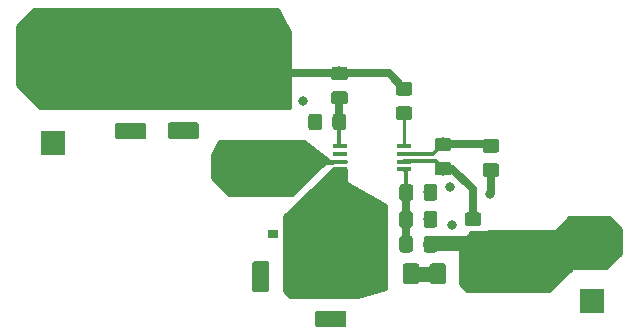
<source format=gbr>
G04 #@! TF.GenerationSoftware,KiCad,Pcbnew,(5.1.4-0)*
G04 #@! TF.CreationDate,2020-02-24T15:27:03-08:00*
G04 #@! TF.ProjectId,SPV1040,53505631-3034-4302-9e6b-696361645f70,rev?*
G04 #@! TF.SameCoordinates,Original*
G04 #@! TF.FileFunction,Copper,L1,Top*
G04 #@! TF.FilePolarity,Positive*
%FSLAX46Y46*%
G04 Gerber Fmt 4.6, Leading zero omitted, Abs format (unit mm)*
G04 Created by KiCad (PCBNEW (5.1.4-0)) date 2020-02-24 15:27:03*
%MOMM*%
%LPD*%
G04 APERTURE LIST*
%ADD10R,2.100000X2.100000*%
%ADD11C,2.100000*%
%ADD12C,0.100000*%
%ADD13C,1.425000*%
%ADD14R,1.200000X0.400000*%
%ADD15C,1.150000*%
%ADD16R,0.850000X0.650000*%
%ADD17R,0.650000X0.950000*%
%ADD18R,2.000000X1.950000*%
%ADD19R,3.400000X1.850000*%
%ADD20C,0.800000*%
%ADD21C,0.250000*%
%ADD22C,0.317500*%
%ADD23C,0.635000*%
%ADD24C,1.270000*%
%ADD25C,0.254000*%
G04 APERTURE END LIST*
D10*
X49966880Y-56631840D03*
D11*
X49966880Y-51551840D03*
D10*
X95567500Y-70027800D03*
D11*
X95567500Y-64947800D03*
D12*
G36*
X85985004Y-66855304D02*
G01*
X86009273Y-66858904D01*
X86033071Y-66864865D01*
X86056171Y-66873130D01*
X86078349Y-66883620D01*
X86099393Y-66896233D01*
X86119098Y-66910847D01*
X86137277Y-66927323D01*
X86153753Y-66945502D01*
X86168367Y-66965207D01*
X86180980Y-66986251D01*
X86191470Y-67008429D01*
X86199735Y-67031529D01*
X86205696Y-67055327D01*
X86209296Y-67079596D01*
X86210500Y-67104100D01*
X86210500Y-68354100D01*
X86209296Y-68378604D01*
X86205696Y-68402873D01*
X86199735Y-68426671D01*
X86191470Y-68449771D01*
X86180980Y-68471949D01*
X86168367Y-68492993D01*
X86153753Y-68512698D01*
X86137277Y-68530877D01*
X86119098Y-68547353D01*
X86099393Y-68561967D01*
X86078349Y-68574580D01*
X86056171Y-68585070D01*
X86033071Y-68593335D01*
X86009273Y-68599296D01*
X85985004Y-68602896D01*
X85960500Y-68604100D01*
X85035500Y-68604100D01*
X85010996Y-68602896D01*
X84986727Y-68599296D01*
X84962929Y-68593335D01*
X84939829Y-68585070D01*
X84917651Y-68574580D01*
X84896607Y-68561967D01*
X84876902Y-68547353D01*
X84858723Y-68530877D01*
X84842247Y-68512698D01*
X84827633Y-68492993D01*
X84815020Y-68471949D01*
X84804530Y-68449771D01*
X84796265Y-68426671D01*
X84790304Y-68402873D01*
X84786704Y-68378604D01*
X84785500Y-68354100D01*
X84785500Y-67104100D01*
X84786704Y-67079596D01*
X84790304Y-67055327D01*
X84796265Y-67031529D01*
X84804530Y-67008429D01*
X84815020Y-66986251D01*
X84827633Y-66965207D01*
X84842247Y-66945502D01*
X84858723Y-66927323D01*
X84876902Y-66910847D01*
X84896607Y-66896233D01*
X84917651Y-66883620D01*
X84939829Y-66873130D01*
X84962929Y-66864865D01*
X84986727Y-66858904D01*
X85010996Y-66855304D01*
X85035500Y-66854100D01*
X85960500Y-66854100D01*
X85985004Y-66855304D01*
X85985004Y-66855304D01*
G37*
D13*
X85498000Y-67729100D03*
D12*
G36*
X83010004Y-66855304D02*
G01*
X83034273Y-66858904D01*
X83058071Y-66864865D01*
X83081171Y-66873130D01*
X83103349Y-66883620D01*
X83124393Y-66896233D01*
X83144098Y-66910847D01*
X83162277Y-66927323D01*
X83178753Y-66945502D01*
X83193367Y-66965207D01*
X83205980Y-66986251D01*
X83216470Y-67008429D01*
X83224735Y-67031529D01*
X83230696Y-67055327D01*
X83234296Y-67079596D01*
X83235500Y-67104100D01*
X83235500Y-68354100D01*
X83234296Y-68378604D01*
X83230696Y-68402873D01*
X83224735Y-68426671D01*
X83216470Y-68449771D01*
X83205980Y-68471949D01*
X83193367Y-68492993D01*
X83178753Y-68512698D01*
X83162277Y-68530877D01*
X83144098Y-68547353D01*
X83124393Y-68561967D01*
X83103349Y-68574580D01*
X83081171Y-68585070D01*
X83058071Y-68593335D01*
X83034273Y-68599296D01*
X83010004Y-68602896D01*
X82985500Y-68604100D01*
X82060500Y-68604100D01*
X82035996Y-68602896D01*
X82011727Y-68599296D01*
X81987929Y-68593335D01*
X81964829Y-68585070D01*
X81942651Y-68574580D01*
X81921607Y-68561967D01*
X81901902Y-68547353D01*
X81883723Y-68530877D01*
X81867247Y-68512698D01*
X81852633Y-68492993D01*
X81840020Y-68471949D01*
X81829530Y-68449771D01*
X81821265Y-68426671D01*
X81815304Y-68402873D01*
X81811704Y-68378604D01*
X81810500Y-68354100D01*
X81810500Y-67104100D01*
X81811704Y-67079596D01*
X81815304Y-67055327D01*
X81821265Y-67031529D01*
X81829530Y-67008429D01*
X81840020Y-66986251D01*
X81852633Y-66965207D01*
X81867247Y-66945502D01*
X81883723Y-66927323D01*
X81901902Y-66910847D01*
X81921607Y-66896233D01*
X81942651Y-66883620D01*
X81964829Y-66873130D01*
X81987929Y-66864865D01*
X82011727Y-66858904D01*
X82035996Y-66855304D01*
X82060500Y-66854100D01*
X82985500Y-66854100D01*
X83010004Y-66855304D01*
X83010004Y-66855304D01*
G37*
D13*
X82523000Y-67729100D03*
D12*
G36*
X77766504Y-66842604D02*
G01*
X77790773Y-66846204D01*
X77814571Y-66852165D01*
X77837671Y-66860430D01*
X77859849Y-66870920D01*
X77880893Y-66883533D01*
X77900598Y-66898147D01*
X77918777Y-66914623D01*
X77935253Y-66932802D01*
X77949867Y-66952507D01*
X77962480Y-66973551D01*
X77972970Y-66995729D01*
X77981235Y-67018829D01*
X77987196Y-67042627D01*
X77990796Y-67066896D01*
X77992000Y-67091400D01*
X77992000Y-68341400D01*
X77990796Y-68365904D01*
X77987196Y-68390173D01*
X77981235Y-68413971D01*
X77972970Y-68437071D01*
X77962480Y-68459249D01*
X77949867Y-68480293D01*
X77935253Y-68499998D01*
X77918777Y-68518177D01*
X77900598Y-68534653D01*
X77880893Y-68549267D01*
X77859849Y-68561880D01*
X77837671Y-68572370D01*
X77814571Y-68580635D01*
X77790773Y-68586596D01*
X77766504Y-68590196D01*
X77742000Y-68591400D01*
X76817000Y-68591400D01*
X76792496Y-68590196D01*
X76768227Y-68586596D01*
X76744429Y-68580635D01*
X76721329Y-68572370D01*
X76699151Y-68561880D01*
X76678107Y-68549267D01*
X76658402Y-68534653D01*
X76640223Y-68518177D01*
X76623747Y-68499998D01*
X76609133Y-68480293D01*
X76596520Y-68459249D01*
X76586030Y-68437071D01*
X76577765Y-68413971D01*
X76571804Y-68390173D01*
X76568204Y-68365904D01*
X76567000Y-68341400D01*
X76567000Y-67091400D01*
X76568204Y-67066896D01*
X76571804Y-67042627D01*
X76577765Y-67018829D01*
X76586030Y-66995729D01*
X76596520Y-66973551D01*
X76609133Y-66952507D01*
X76623747Y-66932802D01*
X76640223Y-66914623D01*
X76658402Y-66898147D01*
X76678107Y-66883533D01*
X76699151Y-66870920D01*
X76721329Y-66860430D01*
X76744429Y-66852165D01*
X76768227Y-66846204D01*
X76792496Y-66842604D01*
X76817000Y-66841400D01*
X77742000Y-66841400D01*
X77766504Y-66842604D01*
X77766504Y-66842604D01*
G37*
D13*
X77279500Y-67716400D03*
D12*
G36*
X80741504Y-66842604D02*
G01*
X80765773Y-66846204D01*
X80789571Y-66852165D01*
X80812671Y-66860430D01*
X80834849Y-66870920D01*
X80855893Y-66883533D01*
X80875598Y-66898147D01*
X80893777Y-66914623D01*
X80910253Y-66932802D01*
X80924867Y-66952507D01*
X80937480Y-66973551D01*
X80947970Y-66995729D01*
X80956235Y-67018829D01*
X80962196Y-67042627D01*
X80965796Y-67066896D01*
X80967000Y-67091400D01*
X80967000Y-68341400D01*
X80965796Y-68365904D01*
X80962196Y-68390173D01*
X80956235Y-68413971D01*
X80947970Y-68437071D01*
X80937480Y-68459249D01*
X80924867Y-68480293D01*
X80910253Y-68499998D01*
X80893777Y-68518177D01*
X80875598Y-68534653D01*
X80855893Y-68549267D01*
X80834849Y-68561880D01*
X80812671Y-68572370D01*
X80789571Y-68580635D01*
X80765773Y-68586596D01*
X80741504Y-68590196D01*
X80717000Y-68591400D01*
X79792000Y-68591400D01*
X79767496Y-68590196D01*
X79743227Y-68586596D01*
X79719429Y-68580635D01*
X79696329Y-68572370D01*
X79674151Y-68561880D01*
X79653107Y-68549267D01*
X79633402Y-68534653D01*
X79615223Y-68518177D01*
X79598747Y-68499998D01*
X79584133Y-68480293D01*
X79571520Y-68459249D01*
X79561030Y-68437071D01*
X79552765Y-68413971D01*
X79546804Y-68390173D01*
X79543204Y-68365904D01*
X79542000Y-68341400D01*
X79542000Y-67091400D01*
X79543204Y-67066896D01*
X79546804Y-67042627D01*
X79552765Y-67018829D01*
X79561030Y-66995729D01*
X79571520Y-66973551D01*
X79584133Y-66952507D01*
X79598747Y-66932802D01*
X79615223Y-66914623D01*
X79633402Y-66898147D01*
X79653107Y-66883533D01*
X79674151Y-66870920D01*
X79696329Y-66860430D01*
X79719429Y-66852165D01*
X79743227Y-66846204D01*
X79767496Y-66842604D01*
X79792000Y-66841400D01*
X80717000Y-66841400D01*
X80741504Y-66842604D01*
X80741504Y-66842604D01*
G37*
D13*
X80254500Y-67716400D03*
D14*
X79662000Y-56937000D03*
X79662000Y-57587000D03*
X79662000Y-58237000D03*
X79662000Y-58887000D03*
X74262000Y-58887000D03*
X74262000Y-58237000D03*
X74262000Y-56937000D03*
X74262000Y-57587000D03*
D12*
G36*
X74556304Y-67868704D02*
G01*
X74580573Y-67872304D01*
X74604371Y-67878265D01*
X74627471Y-67886530D01*
X74649649Y-67897020D01*
X74670693Y-67909633D01*
X74690398Y-67924247D01*
X74708577Y-67940723D01*
X74725053Y-67958902D01*
X74739667Y-67978607D01*
X74752280Y-67999651D01*
X74762770Y-68021829D01*
X74771035Y-68044929D01*
X74776996Y-68068727D01*
X74780596Y-68092996D01*
X74781800Y-68117500D01*
X74781800Y-69042500D01*
X74780596Y-69067004D01*
X74776996Y-69091273D01*
X74771035Y-69115071D01*
X74762770Y-69138171D01*
X74752280Y-69160349D01*
X74739667Y-69181393D01*
X74725053Y-69201098D01*
X74708577Y-69219277D01*
X74690398Y-69235753D01*
X74670693Y-69250367D01*
X74649649Y-69262980D01*
X74627471Y-69273470D01*
X74604371Y-69281735D01*
X74580573Y-69287696D01*
X74556304Y-69291296D01*
X74531800Y-69292500D01*
X72381800Y-69292500D01*
X72357296Y-69291296D01*
X72333027Y-69287696D01*
X72309229Y-69281735D01*
X72286129Y-69273470D01*
X72263951Y-69262980D01*
X72242907Y-69250367D01*
X72223202Y-69235753D01*
X72205023Y-69219277D01*
X72188547Y-69201098D01*
X72173933Y-69181393D01*
X72161320Y-69160349D01*
X72150830Y-69138171D01*
X72142565Y-69115071D01*
X72136604Y-69091273D01*
X72133004Y-69067004D01*
X72131800Y-69042500D01*
X72131800Y-68117500D01*
X72133004Y-68092996D01*
X72136604Y-68068727D01*
X72142565Y-68044929D01*
X72150830Y-68021829D01*
X72161320Y-67999651D01*
X72173933Y-67978607D01*
X72188547Y-67958902D01*
X72205023Y-67940723D01*
X72223202Y-67924247D01*
X72242907Y-67909633D01*
X72263951Y-67897020D01*
X72286129Y-67886530D01*
X72309229Y-67878265D01*
X72333027Y-67872304D01*
X72357296Y-67868704D01*
X72381800Y-67867500D01*
X74531800Y-67867500D01*
X74556304Y-67868704D01*
X74556304Y-67868704D01*
G37*
D13*
X73456800Y-68580000D03*
D12*
G36*
X74556304Y-70843704D02*
G01*
X74580573Y-70847304D01*
X74604371Y-70853265D01*
X74627471Y-70861530D01*
X74649649Y-70872020D01*
X74670693Y-70884633D01*
X74690398Y-70899247D01*
X74708577Y-70915723D01*
X74725053Y-70933902D01*
X74739667Y-70953607D01*
X74752280Y-70974651D01*
X74762770Y-70996829D01*
X74771035Y-71019929D01*
X74776996Y-71043727D01*
X74780596Y-71067996D01*
X74781800Y-71092500D01*
X74781800Y-72017500D01*
X74780596Y-72042004D01*
X74776996Y-72066273D01*
X74771035Y-72090071D01*
X74762770Y-72113171D01*
X74752280Y-72135349D01*
X74739667Y-72156393D01*
X74725053Y-72176098D01*
X74708577Y-72194277D01*
X74690398Y-72210753D01*
X74670693Y-72225367D01*
X74649649Y-72237980D01*
X74627471Y-72248470D01*
X74604371Y-72256735D01*
X74580573Y-72262696D01*
X74556304Y-72266296D01*
X74531800Y-72267500D01*
X72381800Y-72267500D01*
X72357296Y-72266296D01*
X72333027Y-72262696D01*
X72309229Y-72256735D01*
X72286129Y-72248470D01*
X72263951Y-72237980D01*
X72242907Y-72225367D01*
X72223202Y-72210753D01*
X72205023Y-72194277D01*
X72188547Y-72176098D01*
X72173933Y-72156393D01*
X72161320Y-72135349D01*
X72150830Y-72113171D01*
X72142565Y-72090071D01*
X72136604Y-72066273D01*
X72133004Y-72042004D01*
X72131800Y-72017500D01*
X72131800Y-71092500D01*
X72133004Y-71067996D01*
X72136604Y-71043727D01*
X72142565Y-71019929D01*
X72150830Y-70996829D01*
X72161320Y-70974651D01*
X72173933Y-70953607D01*
X72188547Y-70933902D01*
X72205023Y-70915723D01*
X72223202Y-70899247D01*
X72242907Y-70884633D01*
X72263951Y-70872020D01*
X72286129Y-70861530D01*
X72309229Y-70853265D01*
X72333027Y-70847304D01*
X72357296Y-70843704D01*
X72381800Y-70842500D01*
X74531800Y-70842500D01*
X74556304Y-70843704D01*
X74556304Y-70843704D01*
G37*
D13*
X73456800Y-71555000D03*
D12*
G36*
X83430905Y-58252604D02*
G01*
X83455173Y-58256204D01*
X83478972Y-58262165D01*
X83502071Y-58270430D01*
X83524250Y-58280920D01*
X83545293Y-58293532D01*
X83564999Y-58308147D01*
X83583177Y-58324623D01*
X83599653Y-58342801D01*
X83614268Y-58362507D01*
X83626880Y-58383550D01*
X83637370Y-58405729D01*
X83645635Y-58428828D01*
X83651596Y-58452627D01*
X83655196Y-58476895D01*
X83656400Y-58501399D01*
X83656400Y-59151401D01*
X83655196Y-59175905D01*
X83651596Y-59200173D01*
X83645635Y-59223972D01*
X83637370Y-59247071D01*
X83626880Y-59269250D01*
X83614268Y-59290293D01*
X83599653Y-59309999D01*
X83583177Y-59328177D01*
X83564999Y-59344653D01*
X83545293Y-59359268D01*
X83524250Y-59371880D01*
X83502071Y-59382370D01*
X83478972Y-59390635D01*
X83455173Y-59396596D01*
X83430905Y-59400196D01*
X83406401Y-59401400D01*
X82506399Y-59401400D01*
X82481895Y-59400196D01*
X82457627Y-59396596D01*
X82433828Y-59390635D01*
X82410729Y-59382370D01*
X82388550Y-59371880D01*
X82367507Y-59359268D01*
X82347801Y-59344653D01*
X82329623Y-59328177D01*
X82313147Y-59309999D01*
X82298532Y-59290293D01*
X82285920Y-59269250D01*
X82275430Y-59247071D01*
X82267165Y-59223972D01*
X82261204Y-59200173D01*
X82257604Y-59175905D01*
X82256400Y-59151401D01*
X82256400Y-58501399D01*
X82257604Y-58476895D01*
X82261204Y-58452627D01*
X82267165Y-58428828D01*
X82275430Y-58405729D01*
X82285920Y-58383550D01*
X82298532Y-58362507D01*
X82313147Y-58342801D01*
X82329623Y-58324623D01*
X82347801Y-58308147D01*
X82367507Y-58293532D01*
X82388550Y-58280920D01*
X82410729Y-58270430D01*
X82433828Y-58262165D01*
X82457627Y-58256204D01*
X82481895Y-58252604D01*
X82506399Y-58251400D01*
X83406401Y-58251400D01*
X83430905Y-58252604D01*
X83430905Y-58252604D01*
G37*
D15*
X82956400Y-58826400D03*
D12*
G36*
X83430905Y-56202604D02*
G01*
X83455173Y-56206204D01*
X83478972Y-56212165D01*
X83502071Y-56220430D01*
X83524250Y-56230920D01*
X83545293Y-56243532D01*
X83564999Y-56258147D01*
X83583177Y-56274623D01*
X83599653Y-56292801D01*
X83614268Y-56312507D01*
X83626880Y-56333550D01*
X83637370Y-56355729D01*
X83645635Y-56378828D01*
X83651596Y-56402627D01*
X83655196Y-56426895D01*
X83656400Y-56451399D01*
X83656400Y-57101401D01*
X83655196Y-57125905D01*
X83651596Y-57150173D01*
X83645635Y-57173972D01*
X83637370Y-57197071D01*
X83626880Y-57219250D01*
X83614268Y-57240293D01*
X83599653Y-57259999D01*
X83583177Y-57278177D01*
X83564999Y-57294653D01*
X83545293Y-57309268D01*
X83524250Y-57321880D01*
X83502071Y-57332370D01*
X83478972Y-57340635D01*
X83455173Y-57346596D01*
X83430905Y-57350196D01*
X83406401Y-57351400D01*
X82506399Y-57351400D01*
X82481895Y-57350196D01*
X82457627Y-57346596D01*
X82433828Y-57340635D01*
X82410729Y-57332370D01*
X82388550Y-57321880D01*
X82367507Y-57309268D01*
X82347801Y-57294653D01*
X82329623Y-57278177D01*
X82313147Y-57259999D01*
X82298532Y-57240293D01*
X82285920Y-57219250D01*
X82275430Y-57197071D01*
X82267165Y-57173972D01*
X82261204Y-57150173D01*
X82257604Y-57125905D01*
X82256400Y-57101401D01*
X82256400Y-56451399D01*
X82257604Y-56426895D01*
X82261204Y-56402627D01*
X82267165Y-56378828D01*
X82275430Y-56355729D01*
X82285920Y-56333550D01*
X82298532Y-56312507D01*
X82313147Y-56292801D01*
X82329623Y-56274623D01*
X82347801Y-56258147D01*
X82367507Y-56243532D01*
X82388550Y-56230920D01*
X82410729Y-56220430D01*
X82433828Y-56212165D01*
X82457627Y-56206204D01*
X82481895Y-56202604D01*
X82506399Y-56201400D01*
X83406401Y-56201400D01*
X83430905Y-56202604D01*
X83430905Y-56202604D01*
G37*
D15*
X82956400Y-56776400D03*
D12*
G36*
X62059504Y-51928604D02*
G01*
X62083773Y-51932204D01*
X62107571Y-51938165D01*
X62130671Y-51946430D01*
X62152849Y-51956920D01*
X62173893Y-51969533D01*
X62193598Y-51984147D01*
X62211777Y-52000623D01*
X62228253Y-52018802D01*
X62242867Y-52038507D01*
X62255480Y-52059551D01*
X62265970Y-52081729D01*
X62274235Y-52104829D01*
X62280196Y-52128627D01*
X62283796Y-52152896D01*
X62285000Y-52177400D01*
X62285000Y-53102400D01*
X62283796Y-53126904D01*
X62280196Y-53151173D01*
X62274235Y-53174971D01*
X62265970Y-53198071D01*
X62255480Y-53220249D01*
X62242867Y-53241293D01*
X62228253Y-53260998D01*
X62211777Y-53279177D01*
X62193598Y-53295653D01*
X62173893Y-53310267D01*
X62152849Y-53322880D01*
X62130671Y-53333370D01*
X62107571Y-53341635D01*
X62083773Y-53347596D01*
X62059504Y-53351196D01*
X62035000Y-53352400D01*
X59885000Y-53352400D01*
X59860496Y-53351196D01*
X59836227Y-53347596D01*
X59812429Y-53341635D01*
X59789329Y-53333370D01*
X59767151Y-53322880D01*
X59746107Y-53310267D01*
X59726402Y-53295653D01*
X59708223Y-53279177D01*
X59691747Y-53260998D01*
X59677133Y-53241293D01*
X59664520Y-53220249D01*
X59654030Y-53198071D01*
X59645765Y-53174971D01*
X59639804Y-53151173D01*
X59636204Y-53126904D01*
X59635000Y-53102400D01*
X59635000Y-52177400D01*
X59636204Y-52152896D01*
X59639804Y-52128627D01*
X59645765Y-52104829D01*
X59654030Y-52081729D01*
X59664520Y-52059551D01*
X59677133Y-52038507D01*
X59691747Y-52018802D01*
X59708223Y-52000623D01*
X59726402Y-51984147D01*
X59746107Y-51969533D01*
X59767151Y-51956920D01*
X59789329Y-51946430D01*
X59812429Y-51938165D01*
X59836227Y-51932204D01*
X59860496Y-51928604D01*
X59885000Y-51927400D01*
X62035000Y-51927400D01*
X62059504Y-51928604D01*
X62059504Y-51928604D01*
G37*
D13*
X60960000Y-52639900D03*
D12*
G36*
X62059504Y-54903604D02*
G01*
X62083773Y-54907204D01*
X62107571Y-54913165D01*
X62130671Y-54921430D01*
X62152849Y-54931920D01*
X62173893Y-54944533D01*
X62193598Y-54959147D01*
X62211777Y-54975623D01*
X62228253Y-54993802D01*
X62242867Y-55013507D01*
X62255480Y-55034551D01*
X62265970Y-55056729D01*
X62274235Y-55079829D01*
X62280196Y-55103627D01*
X62283796Y-55127896D01*
X62285000Y-55152400D01*
X62285000Y-56077400D01*
X62283796Y-56101904D01*
X62280196Y-56126173D01*
X62274235Y-56149971D01*
X62265970Y-56173071D01*
X62255480Y-56195249D01*
X62242867Y-56216293D01*
X62228253Y-56235998D01*
X62211777Y-56254177D01*
X62193598Y-56270653D01*
X62173893Y-56285267D01*
X62152849Y-56297880D01*
X62130671Y-56308370D01*
X62107571Y-56316635D01*
X62083773Y-56322596D01*
X62059504Y-56326196D01*
X62035000Y-56327400D01*
X59885000Y-56327400D01*
X59860496Y-56326196D01*
X59836227Y-56322596D01*
X59812429Y-56316635D01*
X59789329Y-56308370D01*
X59767151Y-56297880D01*
X59746107Y-56285267D01*
X59726402Y-56270653D01*
X59708223Y-56254177D01*
X59691747Y-56235998D01*
X59677133Y-56216293D01*
X59664520Y-56195249D01*
X59654030Y-56173071D01*
X59645765Y-56149971D01*
X59639804Y-56126173D01*
X59636204Y-56101904D01*
X59635000Y-56077400D01*
X59635000Y-55152400D01*
X59636204Y-55127896D01*
X59639804Y-55103627D01*
X59645765Y-55079829D01*
X59654030Y-55056729D01*
X59664520Y-55034551D01*
X59677133Y-55013507D01*
X59691747Y-54993802D01*
X59708223Y-54975623D01*
X59726402Y-54959147D01*
X59746107Y-54944533D01*
X59767151Y-54931920D01*
X59789329Y-54921430D01*
X59812429Y-54913165D01*
X59836227Y-54907204D01*
X59860496Y-54903604D01*
X59885000Y-54902400D01*
X62035000Y-54902400D01*
X62059504Y-54903604D01*
X62059504Y-54903604D01*
G37*
D13*
X60960000Y-55614900D03*
D12*
G36*
X57614504Y-51954004D02*
G01*
X57638773Y-51957604D01*
X57662571Y-51963565D01*
X57685671Y-51971830D01*
X57707849Y-51982320D01*
X57728893Y-51994933D01*
X57748598Y-52009547D01*
X57766777Y-52026023D01*
X57783253Y-52044202D01*
X57797867Y-52063907D01*
X57810480Y-52084951D01*
X57820970Y-52107129D01*
X57829235Y-52130229D01*
X57835196Y-52154027D01*
X57838796Y-52178296D01*
X57840000Y-52202800D01*
X57840000Y-53127800D01*
X57838796Y-53152304D01*
X57835196Y-53176573D01*
X57829235Y-53200371D01*
X57820970Y-53223471D01*
X57810480Y-53245649D01*
X57797867Y-53266693D01*
X57783253Y-53286398D01*
X57766777Y-53304577D01*
X57748598Y-53321053D01*
X57728893Y-53335667D01*
X57707849Y-53348280D01*
X57685671Y-53358770D01*
X57662571Y-53367035D01*
X57638773Y-53372996D01*
X57614504Y-53376596D01*
X57590000Y-53377800D01*
X55440000Y-53377800D01*
X55415496Y-53376596D01*
X55391227Y-53372996D01*
X55367429Y-53367035D01*
X55344329Y-53358770D01*
X55322151Y-53348280D01*
X55301107Y-53335667D01*
X55281402Y-53321053D01*
X55263223Y-53304577D01*
X55246747Y-53286398D01*
X55232133Y-53266693D01*
X55219520Y-53245649D01*
X55209030Y-53223471D01*
X55200765Y-53200371D01*
X55194804Y-53176573D01*
X55191204Y-53152304D01*
X55190000Y-53127800D01*
X55190000Y-52202800D01*
X55191204Y-52178296D01*
X55194804Y-52154027D01*
X55200765Y-52130229D01*
X55209030Y-52107129D01*
X55219520Y-52084951D01*
X55232133Y-52063907D01*
X55246747Y-52044202D01*
X55263223Y-52026023D01*
X55281402Y-52009547D01*
X55301107Y-51994933D01*
X55322151Y-51982320D01*
X55344329Y-51971830D01*
X55367429Y-51963565D01*
X55391227Y-51957604D01*
X55415496Y-51954004D01*
X55440000Y-51952800D01*
X57590000Y-51952800D01*
X57614504Y-51954004D01*
X57614504Y-51954004D01*
G37*
D13*
X56515000Y-52665300D03*
D12*
G36*
X57614504Y-54929004D02*
G01*
X57638773Y-54932604D01*
X57662571Y-54938565D01*
X57685671Y-54946830D01*
X57707849Y-54957320D01*
X57728893Y-54969933D01*
X57748598Y-54984547D01*
X57766777Y-55001023D01*
X57783253Y-55019202D01*
X57797867Y-55038907D01*
X57810480Y-55059951D01*
X57820970Y-55082129D01*
X57829235Y-55105229D01*
X57835196Y-55129027D01*
X57838796Y-55153296D01*
X57840000Y-55177800D01*
X57840000Y-56102800D01*
X57838796Y-56127304D01*
X57835196Y-56151573D01*
X57829235Y-56175371D01*
X57820970Y-56198471D01*
X57810480Y-56220649D01*
X57797867Y-56241693D01*
X57783253Y-56261398D01*
X57766777Y-56279577D01*
X57748598Y-56296053D01*
X57728893Y-56310667D01*
X57707849Y-56323280D01*
X57685671Y-56333770D01*
X57662571Y-56342035D01*
X57638773Y-56347996D01*
X57614504Y-56351596D01*
X57590000Y-56352800D01*
X55440000Y-56352800D01*
X55415496Y-56351596D01*
X55391227Y-56347996D01*
X55367429Y-56342035D01*
X55344329Y-56333770D01*
X55322151Y-56323280D01*
X55301107Y-56310667D01*
X55281402Y-56296053D01*
X55263223Y-56279577D01*
X55246747Y-56261398D01*
X55232133Y-56241693D01*
X55219520Y-56220649D01*
X55209030Y-56198471D01*
X55200765Y-56175371D01*
X55194804Y-56151573D01*
X55191204Y-56127304D01*
X55190000Y-56102800D01*
X55190000Y-55177800D01*
X55191204Y-55153296D01*
X55194804Y-55129027D01*
X55200765Y-55105229D01*
X55209030Y-55082129D01*
X55219520Y-55059951D01*
X55232133Y-55038907D01*
X55246747Y-55019202D01*
X55263223Y-55001023D01*
X55281402Y-54984547D01*
X55301107Y-54969933D01*
X55322151Y-54957320D01*
X55344329Y-54946830D01*
X55367429Y-54938565D01*
X55391227Y-54932604D01*
X55415496Y-54929004D01*
X55440000Y-54927800D01*
X57590000Y-54927800D01*
X57614504Y-54929004D01*
X57614504Y-54929004D01*
G37*
D13*
X56515000Y-55640300D03*
D12*
G36*
X72476505Y-54165204D02*
G01*
X72500773Y-54168804D01*
X72524572Y-54174765D01*
X72547671Y-54183030D01*
X72569850Y-54193520D01*
X72590893Y-54206132D01*
X72610599Y-54220747D01*
X72628777Y-54237223D01*
X72645253Y-54255401D01*
X72659868Y-54275107D01*
X72672480Y-54296150D01*
X72682970Y-54318329D01*
X72691235Y-54341428D01*
X72697196Y-54365227D01*
X72700796Y-54389495D01*
X72702000Y-54413999D01*
X72702000Y-55314001D01*
X72700796Y-55338505D01*
X72697196Y-55362773D01*
X72691235Y-55386572D01*
X72682970Y-55409671D01*
X72672480Y-55431850D01*
X72659868Y-55452893D01*
X72645253Y-55472599D01*
X72628777Y-55490777D01*
X72610599Y-55507253D01*
X72590893Y-55521868D01*
X72569850Y-55534480D01*
X72547671Y-55544970D01*
X72524572Y-55553235D01*
X72500773Y-55559196D01*
X72476505Y-55562796D01*
X72452001Y-55564000D01*
X71801999Y-55564000D01*
X71777495Y-55562796D01*
X71753227Y-55559196D01*
X71729428Y-55553235D01*
X71706329Y-55544970D01*
X71684150Y-55534480D01*
X71663107Y-55521868D01*
X71643401Y-55507253D01*
X71625223Y-55490777D01*
X71608747Y-55472599D01*
X71594132Y-55452893D01*
X71581520Y-55431850D01*
X71571030Y-55409671D01*
X71562765Y-55386572D01*
X71556804Y-55362773D01*
X71553204Y-55338505D01*
X71552000Y-55314001D01*
X71552000Y-54413999D01*
X71553204Y-54389495D01*
X71556804Y-54365227D01*
X71562765Y-54341428D01*
X71571030Y-54318329D01*
X71581520Y-54296150D01*
X71594132Y-54275107D01*
X71608747Y-54255401D01*
X71625223Y-54237223D01*
X71643401Y-54220747D01*
X71663107Y-54206132D01*
X71684150Y-54193520D01*
X71706329Y-54183030D01*
X71729428Y-54174765D01*
X71753227Y-54168804D01*
X71777495Y-54165204D01*
X71801999Y-54164000D01*
X72452001Y-54164000D01*
X72476505Y-54165204D01*
X72476505Y-54165204D01*
G37*
D15*
X72127000Y-54864000D03*
D12*
G36*
X74526505Y-54165204D02*
G01*
X74550773Y-54168804D01*
X74574572Y-54174765D01*
X74597671Y-54183030D01*
X74619850Y-54193520D01*
X74640893Y-54206132D01*
X74660599Y-54220747D01*
X74678777Y-54237223D01*
X74695253Y-54255401D01*
X74709868Y-54275107D01*
X74722480Y-54296150D01*
X74732970Y-54318329D01*
X74741235Y-54341428D01*
X74747196Y-54365227D01*
X74750796Y-54389495D01*
X74752000Y-54413999D01*
X74752000Y-55314001D01*
X74750796Y-55338505D01*
X74747196Y-55362773D01*
X74741235Y-55386572D01*
X74732970Y-55409671D01*
X74722480Y-55431850D01*
X74709868Y-55452893D01*
X74695253Y-55472599D01*
X74678777Y-55490777D01*
X74660599Y-55507253D01*
X74640893Y-55521868D01*
X74619850Y-55534480D01*
X74597671Y-55544970D01*
X74574572Y-55553235D01*
X74550773Y-55559196D01*
X74526505Y-55562796D01*
X74502001Y-55564000D01*
X73851999Y-55564000D01*
X73827495Y-55562796D01*
X73803227Y-55559196D01*
X73779428Y-55553235D01*
X73756329Y-55544970D01*
X73734150Y-55534480D01*
X73713107Y-55521868D01*
X73693401Y-55507253D01*
X73675223Y-55490777D01*
X73658747Y-55472599D01*
X73644132Y-55452893D01*
X73631520Y-55431850D01*
X73621030Y-55409671D01*
X73612765Y-55386572D01*
X73606804Y-55362773D01*
X73603204Y-55338505D01*
X73602000Y-55314001D01*
X73602000Y-54413999D01*
X73603204Y-54389495D01*
X73606804Y-54365227D01*
X73612765Y-54341428D01*
X73621030Y-54318329D01*
X73631520Y-54296150D01*
X73644132Y-54275107D01*
X73658747Y-54255401D01*
X73675223Y-54237223D01*
X73693401Y-54220747D01*
X73713107Y-54206132D01*
X73734150Y-54193520D01*
X73756329Y-54183030D01*
X73779428Y-54174765D01*
X73803227Y-54168804D01*
X73827495Y-54165204D01*
X73851999Y-54164000D01*
X74502001Y-54164000D01*
X74526505Y-54165204D01*
X74526505Y-54165204D01*
G37*
D15*
X74177000Y-54864000D03*
D12*
G36*
X82234812Y-62425597D02*
G01*
X82259080Y-62429197D01*
X82282879Y-62435158D01*
X82305978Y-62443423D01*
X82328157Y-62453913D01*
X82349200Y-62466525D01*
X82368906Y-62481140D01*
X82387084Y-62497616D01*
X82403560Y-62515794D01*
X82418175Y-62535500D01*
X82430787Y-62556543D01*
X82441277Y-62578722D01*
X82449542Y-62601821D01*
X82455503Y-62625620D01*
X82459103Y-62649888D01*
X82460307Y-62674392D01*
X82460307Y-63574394D01*
X82459103Y-63598898D01*
X82455503Y-63623166D01*
X82449542Y-63646965D01*
X82441277Y-63670064D01*
X82430787Y-63692243D01*
X82418175Y-63713286D01*
X82403560Y-63732992D01*
X82387084Y-63751170D01*
X82368906Y-63767646D01*
X82349200Y-63782261D01*
X82328157Y-63794873D01*
X82305978Y-63805363D01*
X82282879Y-63813628D01*
X82259080Y-63819589D01*
X82234812Y-63823189D01*
X82210308Y-63824393D01*
X81560306Y-63824393D01*
X81535802Y-63823189D01*
X81511534Y-63819589D01*
X81487735Y-63813628D01*
X81464636Y-63805363D01*
X81442457Y-63794873D01*
X81421414Y-63782261D01*
X81401708Y-63767646D01*
X81383530Y-63751170D01*
X81367054Y-63732992D01*
X81352439Y-63713286D01*
X81339827Y-63692243D01*
X81329337Y-63670064D01*
X81321072Y-63646965D01*
X81315111Y-63623166D01*
X81311511Y-63598898D01*
X81310307Y-63574394D01*
X81310307Y-62674392D01*
X81311511Y-62649888D01*
X81315111Y-62625620D01*
X81321072Y-62601821D01*
X81329337Y-62578722D01*
X81339827Y-62556543D01*
X81352439Y-62535500D01*
X81367054Y-62515794D01*
X81383530Y-62497616D01*
X81401708Y-62481140D01*
X81421414Y-62466525D01*
X81442457Y-62453913D01*
X81464636Y-62443423D01*
X81487735Y-62435158D01*
X81511534Y-62429197D01*
X81535802Y-62425597D01*
X81560306Y-62424393D01*
X82210308Y-62424393D01*
X82234812Y-62425597D01*
X82234812Y-62425597D01*
G37*
D15*
X81885307Y-63124393D03*
D12*
G36*
X80184812Y-62425597D02*
G01*
X80209080Y-62429197D01*
X80232879Y-62435158D01*
X80255978Y-62443423D01*
X80278157Y-62453913D01*
X80299200Y-62466525D01*
X80318906Y-62481140D01*
X80337084Y-62497616D01*
X80353560Y-62515794D01*
X80368175Y-62535500D01*
X80380787Y-62556543D01*
X80391277Y-62578722D01*
X80399542Y-62601821D01*
X80405503Y-62625620D01*
X80409103Y-62649888D01*
X80410307Y-62674392D01*
X80410307Y-63574394D01*
X80409103Y-63598898D01*
X80405503Y-63623166D01*
X80399542Y-63646965D01*
X80391277Y-63670064D01*
X80380787Y-63692243D01*
X80368175Y-63713286D01*
X80353560Y-63732992D01*
X80337084Y-63751170D01*
X80318906Y-63767646D01*
X80299200Y-63782261D01*
X80278157Y-63794873D01*
X80255978Y-63805363D01*
X80232879Y-63813628D01*
X80209080Y-63819589D01*
X80184812Y-63823189D01*
X80160308Y-63824393D01*
X79510306Y-63824393D01*
X79485802Y-63823189D01*
X79461534Y-63819589D01*
X79437735Y-63813628D01*
X79414636Y-63805363D01*
X79392457Y-63794873D01*
X79371414Y-63782261D01*
X79351708Y-63767646D01*
X79333530Y-63751170D01*
X79317054Y-63732992D01*
X79302439Y-63713286D01*
X79289827Y-63692243D01*
X79279337Y-63670064D01*
X79271072Y-63646965D01*
X79265111Y-63623166D01*
X79261511Y-63598898D01*
X79260307Y-63574394D01*
X79260307Y-62674392D01*
X79261511Y-62649888D01*
X79265111Y-62625620D01*
X79271072Y-62601821D01*
X79279337Y-62578722D01*
X79289827Y-62556543D01*
X79302439Y-62535500D01*
X79317054Y-62515794D01*
X79333530Y-62497616D01*
X79351708Y-62481140D01*
X79371414Y-62466525D01*
X79392457Y-62453913D01*
X79414636Y-62443423D01*
X79437735Y-62435158D01*
X79461534Y-62429197D01*
X79485802Y-62425597D01*
X79510306Y-62424393D01*
X80160308Y-62424393D01*
X80184812Y-62425597D01*
X80184812Y-62425597D01*
G37*
D15*
X79835307Y-63124393D03*
D12*
G36*
X70980842Y-66656149D02*
G01*
X71005111Y-66659749D01*
X71028909Y-66665710D01*
X71052009Y-66673975D01*
X71074187Y-66684465D01*
X71095231Y-66697078D01*
X71114936Y-66711692D01*
X71133115Y-66728168D01*
X71149591Y-66746347D01*
X71164205Y-66766052D01*
X71176818Y-66787096D01*
X71187308Y-66809274D01*
X71195573Y-66832374D01*
X71201534Y-66856172D01*
X71205134Y-66880441D01*
X71206338Y-66904945D01*
X71206338Y-69054945D01*
X71205134Y-69079449D01*
X71201534Y-69103718D01*
X71195573Y-69127516D01*
X71187308Y-69150616D01*
X71176818Y-69172794D01*
X71164205Y-69193838D01*
X71149591Y-69213543D01*
X71133115Y-69231722D01*
X71114936Y-69248198D01*
X71095231Y-69262812D01*
X71074187Y-69275425D01*
X71052009Y-69285915D01*
X71028909Y-69294180D01*
X71005111Y-69300141D01*
X70980842Y-69303741D01*
X70956338Y-69304945D01*
X70031338Y-69304945D01*
X70006834Y-69303741D01*
X69982565Y-69300141D01*
X69958767Y-69294180D01*
X69935667Y-69285915D01*
X69913489Y-69275425D01*
X69892445Y-69262812D01*
X69872740Y-69248198D01*
X69854561Y-69231722D01*
X69838085Y-69213543D01*
X69823471Y-69193838D01*
X69810858Y-69172794D01*
X69800368Y-69150616D01*
X69792103Y-69127516D01*
X69786142Y-69103718D01*
X69782542Y-69079449D01*
X69781338Y-69054945D01*
X69781338Y-66904945D01*
X69782542Y-66880441D01*
X69786142Y-66856172D01*
X69792103Y-66832374D01*
X69800368Y-66809274D01*
X69810858Y-66787096D01*
X69823471Y-66766052D01*
X69838085Y-66746347D01*
X69854561Y-66728168D01*
X69872740Y-66711692D01*
X69892445Y-66697078D01*
X69913489Y-66684465D01*
X69935667Y-66673975D01*
X69958767Y-66665710D01*
X69982565Y-66659749D01*
X70006834Y-66656149D01*
X70031338Y-66654945D01*
X70956338Y-66654945D01*
X70980842Y-66656149D01*
X70980842Y-66656149D01*
G37*
D13*
X70493838Y-67979945D03*
D12*
G36*
X68005842Y-66656149D02*
G01*
X68030111Y-66659749D01*
X68053909Y-66665710D01*
X68077009Y-66673975D01*
X68099187Y-66684465D01*
X68120231Y-66697078D01*
X68139936Y-66711692D01*
X68158115Y-66728168D01*
X68174591Y-66746347D01*
X68189205Y-66766052D01*
X68201818Y-66787096D01*
X68212308Y-66809274D01*
X68220573Y-66832374D01*
X68226534Y-66856172D01*
X68230134Y-66880441D01*
X68231338Y-66904945D01*
X68231338Y-69054945D01*
X68230134Y-69079449D01*
X68226534Y-69103718D01*
X68220573Y-69127516D01*
X68212308Y-69150616D01*
X68201818Y-69172794D01*
X68189205Y-69193838D01*
X68174591Y-69213543D01*
X68158115Y-69231722D01*
X68139936Y-69248198D01*
X68120231Y-69262812D01*
X68099187Y-69275425D01*
X68077009Y-69285915D01*
X68053909Y-69294180D01*
X68030111Y-69300141D01*
X68005842Y-69303741D01*
X67981338Y-69304945D01*
X67056338Y-69304945D01*
X67031834Y-69303741D01*
X67007565Y-69300141D01*
X66983767Y-69294180D01*
X66960667Y-69285915D01*
X66938489Y-69275425D01*
X66917445Y-69262812D01*
X66897740Y-69248198D01*
X66879561Y-69231722D01*
X66863085Y-69213543D01*
X66848471Y-69193838D01*
X66835858Y-69172794D01*
X66825368Y-69150616D01*
X66817103Y-69127516D01*
X66811142Y-69103718D01*
X66807542Y-69079449D01*
X66806338Y-69054945D01*
X66806338Y-66904945D01*
X66807542Y-66880441D01*
X66811142Y-66856172D01*
X66817103Y-66832374D01*
X66825368Y-66809274D01*
X66835858Y-66787096D01*
X66848471Y-66766052D01*
X66863085Y-66746347D01*
X66879561Y-66728168D01*
X66897740Y-66711692D01*
X66917445Y-66697078D01*
X66938489Y-66684465D01*
X66960667Y-66673975D01*
X66983767Y-66665710D01*
X67007565Y-66659749D01*
X67031834Y-66656149D01*
X67056338Y-66654945D01*
X67981338Y-66654945D01*
X68005842Y-66656149D01*
X68005842Y-66656149D01*
G37*
D13*
X67518838Y-67979945D03*
D16*
X68557000Y-64398545D03*
D17*
X71937000Y-64398545D03*
D18*
X70612000Y-64398545D03*
D19*
X66802000Y-52705000D03*
X66802000Y-58255000D03*
D12*
G36*
X74667905Y-52245504D02*
G01*
X74692173Y-52249104D01*
X74715972Y-52255065D01*
X74739071Y-52263330D01*
X74761250Y-52273820D01*
X74782293Y-52286432D01*
X74801999Y-52301047D01*
X74820177Y-52317523D01*
X74836653Y-52335701D01*
X74851268Y-52355407D01*
X74863880Y-52376450D01*
X74874370Y-52398629D01*
X74882635Y-52421728D01*
X74888596Y-52445527D01*
X74892196Y-52469795D01*
X74893400Y-52494299D01*
X74893400Y-53144301D01*
X74892196Y-53168805D01*
X74888596Y-53193073D01*
X74882635Y-53216872D01*
X74874370Y-53239971D01*
X74863880Y-53262150D01*
X74851268Y-53283193D01*
X74836653Y-53302899D01*
X74820177Y-53321077D01*
X74801999Y-53337553D01*
X74782293Y-53352168D01*
X74761250Y-53364780D01*
X74739071Y-53375270D01*
X74715972Y-53383535D01*
X74692173Y-53389496D01*
X74667905Y-53393096D01*
X74643401Y-53394300D01*
X73743399Y-53394300D01*
X73718895Y-53393096D01*
X73694627Y-53389496D01*
X73670828Y-53383535D01*
X73647729Y-53375270D01*
X73625550Y-53364780D01*
X73604507Y-53352168D01*
X73584801Y-53337553D01*
X73566623Y-53321077D01*
X73550147Y-53302899D01*
X73535532Y-53283193D01*
X73522920Y-53262150D01*
X73512430Y-53239971D01*
X73504165Y-53216872D01*
X73498204Y-53193073D01*
X73494604Y-53168805D01*
X73493400Y-53144301D01*
X73493400Y-52494299D01*
X73494604Y-52469795D01*
X73498204Y-52445527D01*
X73504165Y-52421728D01*
X73512430Y-52398629D01*
X73522920Y-52376450D01*
X73535532Y-52355407D01*
X73550147Y-52335701D01*
X73566623Y-52317523D01*
X73584801Y-52301047D01*
X73604507Y-52286432D01*
X73625550Y-52273820D01*
X73647729Y-52263330D01*
X73670828Y-52255065D01*
X73694627Y-52249104D01*
X73718895Y-52245504D01*
X73743399Y-52244300D01*
X74643401Y-52244300D01*
X74667905Y-52245504D01*
X74667905Y-52245504D01*
G37*
D15*
X74193400Y-52819300D03*
D12*
G36*
X74667905Y-50195504D02*
G01*
X74692173Y-50199104D01*
X74715972Y-50205065D01*
X74739071Y-50213330D01*
X74761250Y-50223820D01*
X74782293Y-50236432D01*
X74801999Y-50251047D01*
X74820177Y-50267523D01*
X74836653Y-50285701D01*
X74851268Y-50305407D01*
X74863880Y-50326450D01*
X74874370Y-50348629D01*
X74882635Y-50371728D01*
X74888596Y-50395527D01*
X74892196Y-50419795D01*
X74893400Y-50444299D01*
X74893400Y-51094301D01*
X74892196Y-51118805D01*
X74888596Y-51143073D01*
X74882635Y-51166872D01*
X74874370Y-51189971D01*
X74863880Y-51212150D01*
X74851268Y-51233193D01*
X74836653Y-51252899D01*
X74820177Y-51271077D01*
X74801999Y-51287553D01*
X74782293Y-51302168D01*
X74761250Y-51314780D01*
X74739071Y-51325270D01*
X74715972Y-51333535D01*
X74692173Y-51339496D01*
X74667905Y-51343096D01*
X74643401Y-51344300D01*
X73743399Y-51344300D01*
X73718895Y-51343096D01*
X73694627Y-51339496D01*
X73670828Y-51333535D01*
X73647729Y-51325270D01*
X73625550Y-51314780D01*
X73604507Y-51302168D01*
X73584801Y-51287553D01*
X73566623Y-51271077D01*
X73550147Y-51252899D01*
X73535532Y-51233193D01*
X73522920Y-51212150D01*
X73512430Y-51189971D01*
X73504165Y-51166872D01*
X73498204Y-51143073D01*
X73494604Y-51118805D01*
X73493400Y-51094301D01*
X73493400Y-50444299D01*
X73494604Y-50419795D01*
X73498204Y-50395527D01*
X73504165Y-50371728D01*
X73512430Y-50348629D01*
X73522920Y-50326450D01*
X73535532Y-50305407D01*
X73550147Y-50285701D01*
X73566623Y-50267523D01*
X73584801Y-50251047D01*
X73604507Y-50236432D01*
X73625550Y-50223820D01*
X73647729Y-50213330D01*
X73670828Y-50205065D01*
X73694627Y-50199104D01*
X73718895Y-50195504D01*
X73743399Y-50194300D01*
X74643401Y-50194300D01*
X74667905Y-50195504D01*
X74667905Y-50195504D01*
G37*
D15*
X74193400Y-50769300D03*
D12*
G36*
X87489825Y-56322204D02*
G01*
X87514093Y-56325804D01*
X87537892Y-56331765D01*
X87560991Y-56340030D01*
X87583170Y-56350520D01*
X87604213Y-56363132D01*
X87623919Y-56377747D01*
X87642097Y-56394223D01*
X87658573Y-56412401D01*
X87673188Y-56432107D01*
X87685800Y-56453150D01*
X87696290Y-56475329D01*
X87704555Y-56498428D01*
X87710516Y-56522227D01*
X87714116Y-56546495D01*
X87715320Y-56570999D01*
X87715320Y-57221001D01*
X87714116Y-57245505D01*
X87710516Y-57269773D01*
X87704555Y-57293572D01*
X87696290Y-57316671D01*
X87685800Y-57338850D01*
X87673188Y-57359893D01*
X87658573Y-57379599D01*
X87642097Y-57397777D01*
X87623919Y-57414253D01*
X87604213Y-57428868D01*
X87583170Y-57441480D01*
X87560991Y-57451970D01*
X87537892Y-57460235D01*
X87514093Y-57466196D01*
X87489825Y-57469796D01*
X87465321Y-57471000D01*
X86565319Y-57471000D01*
X86540815Y-57469796D01*
X86516547Y-57466196D01*
X86492748Y-57460235D01*
X86469649Y-57451970D01*
X86447470Y-57441480D01*
X86426427Y-57428868D01*
X86406721Y-57414253D01*
X86388543Y-57397777D01*
X86372067Y-57379599D01*
X86357452Y-57359893D01*
X86344840Y-57338850D01*
X86334350Y-57316671D01*
X86326085Y-57293572D01*
X86320124Y-57269773D01*
X86316524Y-57245505D01*
X86315320Y-57221001D01*
X86315320Y-56570999D01*
X86316524Y-56546495D01*
X86320124Y-56522227D01*
X86326085Y-56498428D01*
X86334350Y-56475329D01*
X86344840Y-56453150D01*
X86357452Y-56432107D01*
X86372067Y-56412401D01*
X86388543Y-56394223D01*
X86406721Y-56377747D01*
X86426427Y-56363132D01*
X86447470Y-56350520D01*
X86469649Y-56340030D01*
X86492748Y-56331765D01*
X86516547Y-56325804D01*
X86540815Y-56322204D01*
X86565319Y-56321000D01*
X87465321Y-56321000D01*
X87489825Y-56322204D01*
X87489825Y-56322204D01*
G37*
D15*
X87015320Y-56896000D03*
D12*
G36*
X87489825Y-58372204D02*
G01*
X87514093Y-58375804D01*
X87537892Y-58381765D01*
X87560991Y-58390030D01*
X87583170Y-58400520D01*
X87604213Y-58413132D01*
X87623919Y-58427747D01*
X87642097Y-58444223D01*
X87658573Y-58462401D01*
X87673188Y-58482107D01*
X87685800Y-58503150D01*
X87696290Y-58525329D01*
X87704555Y-58548428D01*
X87710516Y-58572227D01*
X87714116Y-58596495D01*
X87715320Y-58620999D01*
X87715320Y-59271001D01*
X87714116Y-59295505D01*
X87710516Y-59319773D01*
X87704555Y-59343572D01*
X87696290Y-59366671D01*
X87685800Y-59388850D01*
X87673188Y-59409893D01*
X87658573Y-59429599D01*
X87642097Y-59447777D01*
X87623919Y-59464253D01*
X87604213Y-59478868D01*
X87583170Y-59491480D01*
X87560991Y-59501970D01*
X87537892Y-59510235D01*
X87514093Y-59516196D01*
X87489825Y-59519796D01*
X87465321Y-59521000D01*
X86565319Y-59521000D01*
X86540815Y-59519796D01*
X86516547Y-59516196D01*
X86492748Y-59510235D01*
X86469649Y-59501970D01*
X86447470Y-59491480D01*
X86426427Y-59478868D01*
X86406721Y-59464253D01*
X86388543Y-59447777D01*
X86372067Y-59429599D01*
X86357452Y-59409893D01*
X86344840Y-59388850D01*
X86334350Y-59366671D01*
X86326085Y-59343572D01*
X86320124Y-59319773D01*
X86316524Y-59295505D01*
X86315320Y-59271001D01*
X86315320Y-58620999D01*
X86316524Y-58596495D01*
X86320124Y-58572227D01*
X86326085Y-58548428D01*
X86334350Y-58525329D01*
X86344840Y-58503150D01*
X86357452Y-58482107D01*
X86372067Y-58462401D01*
X86388543Y-58444223D01*
X86406721Y-58427747D01*
X86426427Y-58413132D01*
X86447470Y-58400520D01*
X86469649Y-58390030D01*
X86492748Y-58381765D01*
X86516547Y-58375804D01*
X86540815Y-58372204D01*
X86565319Y-58371000D01*
X87465321Y-58371000D01*
X87489825Y-58372204D01*
X87489825Y-58372204D01*
G37*
D15*
X87015320Y-58946000D03*
D12*
G36*
X80189105Y-64528404D02*
G01*
X80213373Y-64532004D01*
X80237172Y-64537965D01*
X80260271Y-64546230D01*
X80282450Y-64556720D01*
X80303493Y-64569332D01*
X80323199Y-64583947D01*
X80341377Y-64600423D01*
X80357853Y-64618601D01*
X80372468Y-64638307D01*
X80385080Y-64659350D01*
X80395570Y-64681529D01*
X80403835Y-64704628D01*
X80409796Y-64728427D01*
X80413396Y-64752695D01*
X80414600Y-64777199D01*
X80414600Y-65677201D01*
X80413396Y-65701705D01*
X80409796Y-65725973D01*
X80403835Y-65749772D01*
X80395570Y-65772871D01*
X80385080Y-65795050D01*
X80372468Y-65816093D01*
X80357853Y-65835799D01*
X80341377Y-65853977D01*
X80323199Y-65870453D01*
X80303493Y-65885068D01*
X80282450Y-65897680D01*
X80260271Y-65908170D01*
X80237172Y-65916435D01*
X80213373Y-65922396D01*
X80189105Y-65925996D01*
X80164601Y-65927200D01*
X79514599Y-65927200D01*
X79490095Y-65925996D01*
X79465827Y-65922396D01*
X79442028Y-65916435D01*
X79418929Y-65908170D01*
X79396750Y-65897680D01*
X79375707Y-65885068D01*
X79356001Y-65870453D01*
X79337823Y-65853977D01*
X79321347Y-65835799D01*
X79306732Y-65816093D01*
X79294120Y-65795050D01*
X79283630Y-65772871D01*
X79275365Y-65749772D01*
X79269404Y-65725973D01*
X79265804Y-65701705D01*
X79264600Y-65677201D01*
X79264600Y-64777199D01*
X79265804Y-64752695D01*
X79269404Y-64728427D01*
X79275365Y-64704628D01*
X79283630Y-64681529D01*
X79294120Y-64659350D01*
X79306732Y-64638307D01*
X79321347Y-64618601D01*
X79337823Y-64600423D01*
X79356001Y-64583947D01*
X79375707Y-64569332D01*
X79396750Y-64556720D01*
X79418929Y-64546230D01*
X79442028Y-64537965D01*
X79465827Y-64532004D01*
X79490095Y-64528404D01*
X79514599Y-64527200D01*
X80164601Y-64527200D01*
X80189105Y-64528404D01*
X80189105Y-64528404D01*
G37*
D15*
X79839600Y-65227200D03*
D12*
G36*
X82239105Y-64528404D02*
G01*
X82263373Y-64532004D01*
X82287172Y-64537965D01*
X82310271Y-64546230D01*
X82332450Y-64556720D01*
X82353493Y-64569332D01*
X82373199Y-64583947D01*
X82391377Y-64600423D01*
X82407853Y-64618601D01*
X82422468Y-64638307D01*
X82435080Y-64659350D01*
X82445570Y-64681529D01*
X82453835Y-64704628D01*
X82459796Y-64728427D01*
X82463396Y-64752695D01*
X82464600Y-64777199D01*
X82464600Y-65677201D01*
X82463396Y-65701705D01*
X82459796Y-65725973D01*
X82453835Y-65749772D01*
X82445570Y-65772871D01*
X82435080Y-65795050D01*
X82422468Y-65816093D01*
X82407853Y-65835799D01*
X82391377Y-65853977D01*
X82373199Y-65870453D01*
X82353493Y-65885068D01*
X82332450Y-65897680D01*
X82310271Y-65908170D01*
X82287172Y-65916435D01*
X82263373Y-65922396D01*
X82239105Y-65925996D01*
X82214601Y-65927200D01*
X81564599Y-65927200D01*
X81540095Y-65925996D01*
X81515827Y-65922396D01*
X81492028Y-65916435D01*
X81468929Y-65908170D01*
X81446750Y-65897680D01*
X81425707Y-65885068D01*
X81406001Y-65870453D01*
X81387823Y-65853977D01*
X81371347Y-65835799D01*
X81356732Y-65816093D01*
X81344120Y-65795050D01*
X81333630Y-65772871D01*
X81325365Y-65749772D01*
X81319404Y-65725973D01*
X81315804Y-65701705D01*
X81314600Y-65677201D01*
X81314600Y-64777199D01*
X81315804Y-64752695D01*
X81319404Y-64728427D01*
X81325365Y-64704628D01*
X81333630Y-64681529D01*
X81344120Y-64659350D01*
X81356732Y-64638307D01*
X81371347Y-64618601D01*
X81387823Y-64600423D01*
X81406001Y-64583947D01*
X81425707Y-64569332D01*
X81446750Y-64556720D01*
X81468929Y-64546230D01*
X81492028Y-64537965D01*
X81515827Y-64532004D01*
X81540095Y-64528404D01*
X81564599Y-64527200D01*
X82214601Y-64527200D01*
X82239105Y-64528404D01*
X82239105Y-64528404D01*
G37*
D15*
X81889600Y-65227200D03*
D12*
G36*
X85970905Y-62532504D02*
G01*
X85995173Y-62536104D01*
X86018972Y-62542065D01*
X86042071Y-62550330D01*
X86064250Y-62560820D01*
X86085293Y-62573432D01*
X86104999Y-62588047D01*
X86123177Y-62604523D01*
X86139653Y-62622701D01*
X86154268Y-62642407D01*
X86166880Y-62663450D01*
X86177370Y-62685629D01*
X86185635Y-62708728D01*
X86191596Y-62732527D01*
X86195196Y-62756795D01*
X86196400Y-62781299D01*
X86196400Y-63431301D01*
X86195196Y-63455805D01*
X86191596Y-63480073D01*
X86185635Y-63503872D01*
X86177370Y-63526971D01*
X86166880Y-63549150D01*
X86154268Y-63570193D01*
X86139653Y-63589899D01*
X86123177Y-63608077D01*
X86104999Y-63624553D01*
X86085293Y-63639168D01*
X86064250Y-63651780D01*
X86042071Y-63662270D01*
X86018972Y-63670535D01*
X85995173Y-63676496D01*
X85970905Y-63680096D01*
X85946401Y-63681300D01*
X85046399Y-63681300D01*
X85021895Y-63680096D01*
X84997627Y-63676496D01*
X84973828Y-63670535D01*
X84950729Y-63662270D01*
X84928550Y-63651780D01*
X84907507Y-63639168D01*
X84887801Y-63624553D01*
X84869623Y-63608077D01*
X84853147Y-63589899D01*
X84838532Y-63570193D01*
X84825920Y-63549150D01*
X84815430Y-63526971D01*
X84807165Y-63503872D01*
X84801204Y-63480073D01*
X84797604Y-63455805D01*
X84796400Y-63431301D01*
X84796400Y-62781299D01*
X84797604Y-62756795D01*
X84801204Y-62732527D01*
X84807165Y-62708728D01*
X84815430Y-62685629D01*
X84825920Y-62663450D01*
X84838532Y-62642407D01*
X84853147Y-62622701D01*
X84869623Y-62604523D01*
X84887801Y-62588047D01*
X84907507Y-62573432D01*
X84928550Y-62560820D01*
X84950729Y-62550330D01*
X84973828Y-62542065D01*
X84997627Y-62536104D01*
X85021895Y-62532504D01*
X85046399Y-62531300D01*
X85946401Y-62531300D01*
X85970905Y-62532504D01*
X85970905Y-62532504D01*
G37*
D15*
X85496400Y-63106300D03*
D12*
G36*
X85970905Y-64582504D02*
G01*
X85995173Y-64586104D01*
X86018972Y-64592065D01*
X86042071Y-64600330D01*
X86064250Y-64610820D01*
X86085293Y-64623432D01*
X86104999Y-64638047D01*
X86123177Y-64654523D01*
X86139653Y-64672701D01*
X86154268Y-64692407D01*
X86166880Y-64713450D01*
X86177370Y-64735629D01*
X86185635Y-64758728D01*
X86191596Y-64782527D01*
X86195196Y-64806795D01*
X86196400Y-64831299D01*
X86196400Y-65481301D01*
X86195196Y-65505805D01*
X86191596Y-65530073D01*
X86185635Y-65553872D01*
X86177370Y-65576971D01*
X86166880Y-65599150D01*
X86154268Y-65620193D01*
X86139653Y-65639899D01*
X86123177Y-65658077D01*
X86104999Y-65674553D01*
X86085293Y-65689168D01*
X86064250Y-65701780D01*
X86042071Y-65712270D01*
X86018972Y-65720535D01*
X85995173Y-65726496D01*
X85970905Y-65730096D01*
X85946401Y-65731300D01*
X85046399Y-65731300D01*
X85021895Y-65730096D01*
X84997627Y-65726496D01*
X84973828Y-65720535D01*
X84950729Y-65712270D01*
X84928550Y-65701780D01*
X84907507Y-65689168D01*
X84887801Y-65674553D01*
X84869623Y-65658077D01*
X84853147Y-65639899D01*
X84838532Y-65620193D01*
X84825920Y-65599150D01*
X84815430Y-65576971D01*
X84807165Y-65553872D01*
X84801204Y-65530073D01*
X84797604Y-65505805D01*
X84796400Y-65481301D01*
X84796400Y-64831299D01*
X84797604Y-64806795D01*
X84801204Y-64782527D01*
X84807165Y-64758728D01*
X84815430Y-64735629D01*
X84825920Y-64713450D01*
X84838532Y-64692407D01*
X84853147Y-64672701D01*
X84869623Y-64654523D01*
X84887801Y-64638047D01*
X84907507Y-64623432D01*
X84928550Y-64610820D01*
X84950729Y-64600330D01*
X84973828Y-64592065D01*
X84997627Y-64586104D01*
X85021895Y-64582504D01*
X85046399Y-64581300D01*
X85946401Y-64581300D01*
X85970905Y-64582504D01*
X85970905Y-64582504D01*
G37*
D15*
X85496400Y-65156300D03*
D12*
G36*
X82243812Y-60139597D02*
G01*
X82268080Y-60143197D01*
X82291879Y-60149158D01*
X82314978Y-60157423D01*
X82337157Y-60167913D01*
X82358200Y-60180525D01*
X82377906Y-60195140D01*
X82396084Y-60211616D01*
X82412560Y-60229794D01*
X82427175Y-60249500D01*
X82439787Y-60270543D01*
X82450277Y-60292722D01*
X82458542Y-60315821D01*
X82464503Y-60339620D01*
X82468103Y-60363888D01*
X82469307Y-60388392D01*
X82469307Y-61288394D01*
X82468103Y-61312898D01*
X82464503Y-61337166D01*
X82458542Y-61360965D01*
X82450277Y-61384064D01*
X82439787Y-61406243D01*
X82427175Y-61427286D01*
X82412560Y-61446992D01*
X82396084Y-61465170D01*
X82377906Y-61481646D01*
X82358200Y-61496261D01*
X82337157Y-61508873D01*
X82314978Y-61519363D01*
X82291879Y-61527628D01*
X82268080Y-61533589D01*
X82243812Y-61537189D01*
X82219308Y-61538393D01*
X81569306Y-61538393D01*
X81544802Y-61537189D01*
X81520534Y-61533589D01*
X81496735Y-61527628D01*
X81473636Y-61519363D01*
X81451457Y-61508873D01*
X81430414Y-61496261D01*
X81410708Y-61481646D01*
X81392530Y-61465170D01*
X81376054Y-61446992D01*
X81361439Y-61427286D01*
X81348827Y-61406243D01*
X81338337Y-61384064D01*
X81330072Y-61360965D01*
X81324111Y-61337166D01*
X81320511Y-61312898D01*
X81319307Y-61288394D01*
X81319307Y-60388392D01*
X81320511Y-60363888D01*
X81324111Y-60339620D01*
X81330072Y-60315821D01*
X81338337Y-60292722D01*
X81348827Y-60270543D01*
X81361439Y-60249500D01*
X81376054Y-60229794D01*
X81392530Y-60211616D01*
X81410708Y-60195140D01*
X81430414Y-60180525D01*
X81451457Y-60167913D01*
X81473636Y-60157423D01*
X81496735Y-60149158D01*
X81520534Y-60143197D01*
X81544802Y-60139597D01*
X81569306Y-60138393D01*
X82219308Y-60138393D01*
X82243812Y-60139597D01*
X82243812Y-60139597D01*
G37*
D15*
X81894307Y-60838393D03*
D12*
G36*
X80193812Y-60139597D02*
G01*
X80218080Y-60143197D01*
X80241879Y-60149158D01*
X80264978Y-60157423D01*
X80287157Y-60167913D01*
X80308200Y-60180525D01*
X80327906Y-60195140D01*
X80346084Y-60211616D01*
X80362560Y-60229794D01*
X80377175Y-60249500D01*
X80389787Y-60270543D01*
X80400277Y-60292722D01*
X80408542Y-60315821D01*
X80414503Y-60339620D01*
X80418103Y-60363888D01*
X80419307Y-60388392D01*
X80419307Y-61288394D01*
X80418103Y-61312898D01*
X80414503Y-61337166D01*
X80408542Y-61360965D01*
X80400277Y-61384064D01*
X80389787Y-61406243D01*
X80377175Y-61427286D01*
X80362560Y-61446992D01*
X80346084Y-61465170D01*
X80327906Y-61481646D01*
X80308200Y-61496261D01*
X80287157Y-61508873D01*
X80264978Y-61519363D01*
X80241879Y-61527628D01*
X80218080Y-61533589D01*
X80193812Y-61537189D01*
X80169308Y-61538393D01*
X79519306Y-61538393D01*
X79494802Y-61537189D01*
X79470534Y-61533589D01*
X79446735Y-61527628D01*
X79423636Y-61519363D01*
X79401457Y-61508873D01*
X79380414Y-61496261D01*
X79360708Y-61481646D01*
X79342530Y-61465170D01*
X79326054Y-61446992D01*
X79311439Y-61427286D01*
X79298827Y-61406243D01*
X79288337Y-61384064D01*
X79280072Y-61360965D01*
X79274111Y-61337166D01*
X79270511Y-61312898D01*
X79269307Y-61288394D01*
X79269307Y-60388392D01*
X79270511Y-60363888D01*
X79274111Y-60339620D01*
X79280072Y-60315821D01*
X79288337Y-60292722D01*
X79298827Y-60270543D01*
X79311439Y-60249500D01*
X79326054Y-60229794D01*
X79342530Y-60211616D01*
X79360708Y-60195140D01*
X79380414Y-60180525D01*
X79401457Y-60167913D01*
X79423636Y-60157423D01*
X79446735Y-60149158D01*
X79470534Y-60143197D01*
X79494802Y-60139597D01*
X79519306Y-60138393D01*
X80169308Y-60138393D01*
X80193812Y-60139597D01*
X80193812Y-60139597D01*
G37*
D15*
X79844307Y-60838393D03*
D12*
G36*
X80128905Y-51487204D02*
G01*
X80153173Y-51490804D01*
X80176972Y-51496765D01*
X80200071Y-51505030D01*
X80222250Y-51515520D01*
X80243293Y-51528132D01*
X80262999Y-51542747D01*
X80281177Y-51559223D01*
X80297653Y-51577401D01*
X80312268Y-51597107D01*
X80324880Y-51618150D01*
X80335370Y-51640329D01*
X80343635Y-51663428D01*
X80349596Y-51687227D01*
X80353196Y-51711495D01*
X80354400Y-51735999D01*
X80354400Y-52386001D01*
X80353196Y-52410505D01*
X80349596Y-52434773D01*
X80343635Y-52458572D01*
X80335370Y-52481671D01*
X80324880Y-52503850D01*
X80312268Y-52524893D01*
X80297653Y-52544599D01*
X80281177Y-52562777D01*
X80262999Y-52579253D01*
X80243293Y-52593868D01*
X80222250Y-52606480D01*
X80200071Y-52616970D01*
X80176972Y-52625235D01*
X80153173Y-52631196D01*
X80128905Y-52634796D01*
X80104401Y-52636000D01*
X79204399Y-52636000D01*
X79179895Y-52634796D01*
X79155627Y-52631196D01*
X79131828Y-52625235D01*
X79108729Y-52616970D01*
X79086550Y-52606480D01*
X79065507Y-52593868D01*
X79045801Y-52579253D01*
X79027623Y-52562777D01*
X79011147Y-52544599D01*
X78996532Y-52524893D01*
X78983920Y-52503850D01*
X78973430Y-52481671D01*
X78965165Y-52458572D01*
X78959204Y-52434773D01*
X78955604Y-52410505D01*
X78954400Y-52386001D01*
X78954400Y-51735999D01*
X78955604Y-51711495D01*
X78959204Y-51687227D01*
X78965165Y-51663428D01*
X78973430Y-51640329D01*
X78983920Y-51618150D01*
X78996532Y-51597107D01*
X79011147Y-51577401D01*
X79027623Y-51559223D01*
X79045801Y-51542747D01*
X79065507Y-51528132D01*
X79086550Y-51515520D01*
X79108729Y-51505030D01*
X79131828Y-51496765D01*
X79155627Y-51490804D01*
X79179895Y-51487204D01*
X79204399Y-51486000D01*
X80104401Y-51486000D01*
X80128905Y-51487204D01*
X80128905Y-51487204D01*
G37*
D15*
X79654400Y-52061000D03*
D12*
G36*
X80128905Y-53537204D02*
G01*
X80153173Y-53540804D01*
X80176972Y-53546765D01*
X80200071Y-53555030D01*
X80222250Y-53565520D01*
X80243293Y-53578132D01*
X80262999Y-53592747D01*
X80281177Y-53609223D01*
X80297653Y-53627401D01*
X80312268Y-53647107D01*
X80324880Y-53668150D01*
X80335370Y-53690329D01*
X80343635Y-53713428D01*
X80349596Y-53737227D01*
X80353196Y-53761495D01*
X80354400Y-53785999D01*
X80354400Y-54436001D01*
X80353196Y-54460505D01*
X80349596Y-54484773D01*
X80343635Y-54508572D01*
X80335370Y-54531671D01*
X80324880Y-54553850D01*
X80312268Y-54574893D01*
X80297653Y-54594599D01*
X80281177Y-54612777D01*
X80262999Y-54629253D01*
X80243293Y-54643868D01*
X80222250Y-54656480D01*
X80200071Y-54666970D01*
X80176972Y-54675235D01*
X80153173Y-54681196D01*
X80128905Y-54684796D01*
X80104401Y-54686000D01*
X79204399Y-54686000D01*
X79179895Y-54684796D01*
X79155627Y-54681196D01*
X79131828Y-54675235D01*
X79108729Y-54666970D01*
X79086550Y-54656480D01*
X79065507Y-54643868D01*
X79045801Y-54629253D01*
X79027623Y-54612777D01*
X79011147Y-54594599D01*
X78996532Y-54574893D01*
X78983920Y-54553850D01*
X78973430Y-54531671D01*
X78965165Y-54508572D01*
X78959204Y-54484773D01*
X78955604Y-54460505D01*
X78954400Y-54436001D01*
X78954400Y-53785999D01*
X78955604Y-53761495D01*
X78959204Y-53737227D01*
X78965165Y-53713428D01*
X78973430Y-53690329D01*
X78983920Y-53668150D01*
X78996532Y-53647107D01*
X79011147Y-53627401D01*
X79027623Y-53609223D01*
X79045801Y-53592747D01*
X79065507Y-53578132D01*
X79086550Y-53565520D01*
X79108729Y-53555030D01*
X79131828Y-53546765D01*
X79155627Y-53540804D01*
X79179895Y-53537204D01*
X79204399Y-53536000D01*
X80104401Y-53536000D01*
X80128905Y-53537204D01*
X80128905Y-53537204D01*
G37*
D15*
X79654400Y-54111000D03*
D20*
X83527900Y-60388500D03*
X83677760Y-63596520D03*
X71120000Y-53086000D03*
X86898480Y-60990480D03*
X77028040Y-62275720D03*
X50800000Y-47244000D03*
X57404000Y-47244000D03*
X64008000Y-47244000D03*
X87998300Y-66700400D03*
X90754200Y-66827400D03*
D21*
X70493838Y-64631345D02*
X70726638Y-64398545D01*
D22*
X74262000Y-58887000D02*
X73862000Y-58887000D01*
D23*
X87015320Y-58946000D02*
X87015320Y-60873640D01*
X87015320Y-60873640D02*
X86898480Y-60990480D01*
X82956400Y-56776400D02*
X86410800Y-56776400D01*
D22*
X82145800Y-57587000D02*
X82956400Y-56776400D01*
X79662000Y-57587000D02*
X82145800Y-57587000D01*
X79665272Y-58233728D02*
X79662000Y-58237000D01*
D23*
X83756400Y-58826400D02*
X82956400Y-58826400D01*
X85496400Y-60566400D02*
X83756400Y-58826400D01*
X85496400Y-63106300D02*
X85496400Y-60566400D01*
D22*
X79695972Y-58203028D02*
X79662000Y-58237000D01*
X82333028Y-58203028D02*
X79695972Y-58203028D01*
X82956400Y-58826400D02*
X82333028Y-58203028D01*
D23*
X78362700Y-50769300D02*
X79654400Y-52061000D01*
X74193400Y-50769300D02*
X78362700Y-50769300D01*
X74193400Y-50769300D02*
X69245700Y-50769300D01*
X74177000Y-52835700D02*
X74193400Y-52819300D01*
X74177000Y-54864000D02*
X74177000Y-52835700D01*
D22*
X74177000Y-56852000D02*
X74262000Y-56937000D01*
X74177000Y-54864000D02*
X74177000Y-56852000D01*
X79662000Y-65049600D02*
X79839600Y-65227200D01*
X79844307Y-63115393D02*
X79835307Y-63124393D01*
X79839600Y-63128686D02*
X79835307Y-63124393D01*
X79844307Y-59069307D02*
X79662000Y-58887000D01*
X79844307Y-60838393D02*
X79844307Y-59069307D01*
D23*
X79839600Y-60843100D02*
X79844307Y-60838393D01*
X79839600Y-65227200D02*
X79839600Y-60843100D01*
D22*
X79654400Y-56929400D02*
X79662000Y-56937000D01*
D21*
X79662000Y-54118600D02*
X79654400Y-54111000D01*
X79662000Y-56937000D02*
X79662000Y-54118600D01*
D24*
X80267200Y-67729100D02*
X80254500Y-67716400D01*
X82523000Y-67729100D02*
X80267200Y-67729100D01*
X81907600Y-65245200D02*
X81889600Y-65227200D01*
X81960500Y-65156300D02*
X81889600Y-65227200D01*
X85496400Y-65156300D02*
X81960500Y-65156300D01*
X85496400Y-67727500D02*
X85498000Y-67729100D01*
X85496400Y-65156300D02*
X85496400Y-67727500D01*
D25*
G36*
X73290263Y-58126806D02*
G01*
X73311363Y-58140021D01*
X73334635Y-58148866D01*
X73366822Y-58153295D01*
X73562484Y-58154956D01*
X73587311Y-58162487D01*
X73662000Y-58169843D01*
X74733563Y-58169843D01*
X74730120Y-58304157D01*
X73662000Y-58304157D01*
X73620543Y-58308240D01*
X73091040Y-58308240D01*
X73066264Y-58310680D01*
X73042439Y-58317907D01*
X73020483Y-58329643D01*
X73002897Y-58343808D01*
X70214772Y-61031640D01*
X64822071Y-61086465D01*
X63373000Y-59637394D01*
X63373000Y-57687980D01*
X63959490Y-56515000D01*
X71203661Y-56515000D01*
X73290263Y-58126806D01*
X73290263Y-58126806D01*
G37*
X73290263Y-58126806D02*
X73311363Y-58140021D01*
X73334635Y-58148866D01*
X73366822Y-58153295D01*
X73562484Y-58154956D01*
X73587311Y-58162487D01*
X73662000Y-58169843D01*
X74733563Y-58169843D01*
X74730120Y-58304157D01*
X73662000Y-58304157D01*
X73620543Y-58308240D01*
X73091040Y-58308240D01*
X73066264Y-58310680D01*
X73042439Y-58317907D01*
X73020483Y-58329643D01*
X73002897Y-58343808D01*
X70214772Y-61031640D01*
X64822071Y-61086465D01*
X63373000Y-59637394D01*
X63373000Y-57687980D01*
X63959490Y-56515000D01*
X71203661Y-56515000D01*
X73290263Y-58126806D01*
G36*
X97993200Y-63908206D02*
G01*
X97993200Y-66012794D01*
X96746794Y-67259200D01*
X93980000Y-67259200D01*
X93955224Y-67261640D01*
X93931399Y-67268867D01*
X93909443Y-67280603D01*
X93890197Y-67296397D01*
X91971594Y-69215000D01*
X85015606Y-69215000D01*
X84378800Y-68578194D01*
X84378800Y-65165506D01*
X85359225Y-64185081D01*
X88088408Y-64147695D01*
X92418645Y-64122298D01*
X92443407Y-64119712D01*
X92467188Y-64112346D01*
X92489076Y-64100481D01*
X92507703Y-64085103D01*
X93638906Y-62953900D01*
X97038894Y-62953900D01*
X97993200Y-63908206D01*
X97993200Y-63908206D01*
G37*
X97993200Y-63908206D02*
X97993200Y-66012794D01*
X96746794Y-67259200D01*
X93980000Y-67259200D01*
X93955224Y-67261640D01*
X93931399Y-67268867D01*
X93909443Y-67280603D01*
X93890197Y-67296397D01*
X91971594Y-69215000D01*
X85015606Y-69215000D01*
X84378800Y-68578194D01*
X84378800Y-65165506D01*
X85359225Y-64185081D01*
X88088408Y-64147695D01*
X92418645Y-64122298D01*
X92443407Y-64119712D01*
X92467188Y-64112346D01*
X92489076Y-64100481D01*
X92507703Y-64085103D01*
X93638906Y-62953900D01*
X97038894Y-62953900D01*
X97993200Y-63908206D01*
G36*
X74777604Y-59919657D02*
G01*
X74780251Y-59944412D01*
X74787676Y-59968176D01*
X74799594Y-59990034D01*
X74815548Y-60009147D01*
X74840919Y-60028481D01*
X78130529Y-61934959D01*
X78142931Y-68979618D01*
X75724971Y-69672200D01*
X70027493Y-69672200D01*
X69532500Y-69204707D01*
X69532500Y-62798308D01*
X73639347Y-58837688D01*
X74768503Y-58826396D01*
X74777604Y-59919657D01*
X74777604Y-59919657D01*
G37*
X74777604Y-59919657D02*
X74780251Y-59944412D01*
X74787676Y-59968176D01*
X74799594Y-59990034D01*
X74815548Y-60009147D01*
X74840919Y-60028481D01*
X78130529Y-61934959D01*
X78142931Y-68979618D01*
X75724971Y-69672200D01*
X70027493Y-69672200D01*
X69532500Y-69204707D01*
X69532500Y-62798308D01*
X73639347Y-58837688D01*
X74768503Y-58826396D01*
X74777604Y-59919657D01*
G36*
X69977000Y-47273980D02*
G01*
X69977000Y-53721000D01*
X48820606Y-53721000D01*
X46863000Y-51763394D01*
X46863000Y-46788606D01*
X48312606Y-45339000D01*
X69009510Y-45339000D01*
X69977000Y-47273980D01*
X69977000Y-47273980D01*
G37*
X69977000Y-47273980D02*
X69977000Y-53721000D01*
X48820606Y-53721000D01*
X46863000Y-51763394D01*
X46863000Y-46788606D01*
X48312606Y-45339000D01*
X69009510Y-45339000D01*
X69977000Y-47273980D01*
M02*

</source>
